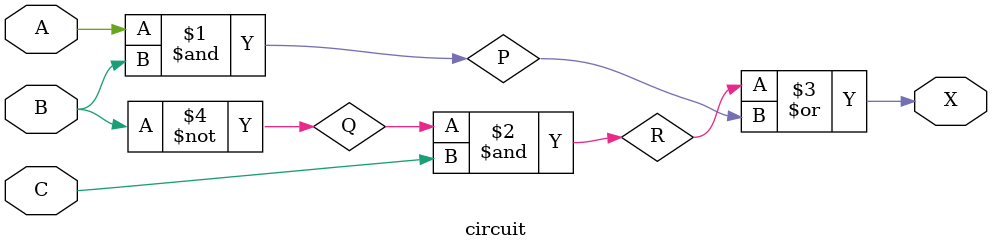
<source format=v>
module circuit(X,A,B,C);
  input A,B,C; // input port declarations by default wire
  output X; // output port declarations by default wire
  wire P,Q,R; // wire declaration by default wire
  and a1(P,A,B); //instance name is not compulsory output of gate is always mentioned first
  not(Q,B);
  and(R,Q,C);
  or(X,R,P); //Input 2 OR Gate
endmodule

</source>
